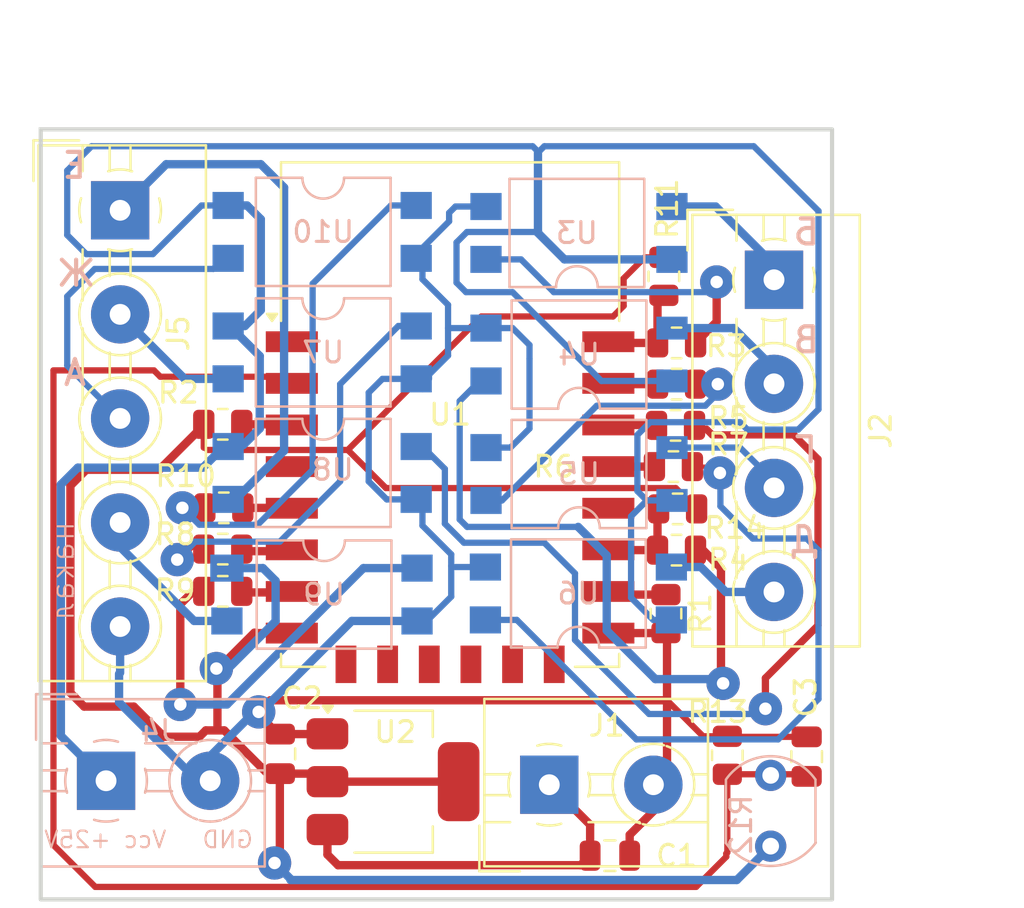
<source format=kicad_pcb>
(kicad_pcb (version 20240108) (generator "pcbnew") (generator_version "8.0")
  (layers (0 "F.Cu" signal) (31 "B.Cu" signal) (34 "B.Paste" user) (35 "F.Paste" user) (36 "B.SilkS" user "B.Silkscreen") (37 "F.SilkS" user "F.Silkscreen") (38 "B.Mask" user) (39 "F.Mask" user) (44 "Edge.Cuts" user))
  (net 0 "")
  (net 1 "Net-(J1-Pin_2)")
  (net 2 "Net-(J1-Pin_1)")
  (net 3 "Net-(U1-VCC)")
  (net 4 "Net-(J2-Pin_4)")
  (net 5 "Net-(J2-Pin_3)")
  (net 6 "Net-(J2-Pin_1)")
  (net 7 "Net-(J2-Pin_2)")
  (net 8 "Net-(J4-Pin_1)")
  (net 9 "Net-(U1-EN)")
  (net 10 "Net-(R3-Pad1)")
  (net 11 "Net-(U1-GPIO1{slash}TXD)")
  (net 12 "Net-(U1-GPIO2)")
  (net 13 "Net-(U1-GPIO3{slash}RXD)")
  (net 14 "Net-(R5-Pad1)")
  (net 15 "Net-(R6-Pad1)")
  (net 16 "Net-(U1-GPIO4)")
  (net 17 "Net-(R7-Pad1)")
  (net 18 "Net-(U1-GPIO5)")
  (net 19 "Net-(R8-Pad1)")
  (net 20 "Net-(U1-GPIO12)")
  (net 21 "Net-(R9-Pad1)")
  (net 22 "Net-(U1-GPIO13)")
  (net 31 "Net-(U1-GPIO15)")
  (net 33 "Net-(J5-Pin_2)")
  (net 34 "Net-(J5-Pin_4)")
  (net 35 "Net-(J5-Pin_3)")
  (net 36 "Net-(J5-Pin_1)")
  (net 37 "Net-(U1-GPIO14)")
  (net 38 "Net-(R10-Pad1)")
  (net 39 "Net-(R4-Pad1)")
  (net 40 "Net-(U1-ADC)")
  (footprint "Resistor_SMD:R_0805_2012Metric" (layer "F.Cu") (at 156.5656 77.5716)
    (property "Reference" "R14" (at 2.7432 0.9144 0) (layer "F.SilkS"))
    (property "Value" "910")
    (pad "1" smd roundrect (at -0.9125 0) (size 1.025 1.4) (layers "F.Cu" "F.Paste" "F.Mask") (roundrect_rratio 0.243902) (net 12 "Net-(U1-GPIO2)"))
    (pad "2" smd roundrect (at 0.9125 0) (size 1.025 1.4) (layers "F.Cu" "F.Paste" "F.Mask") (roundrect_rratio 0.243902) (net 3 "Net-(U1-VCC)"))
  )
  (footprint "Resistor_SMD:R_0805_2012Metric" (layer "F.Cu") (at 134.7235 79.502)
    (property "Reference" "R8" (at -2.2879 -0.7112 0) (layer "F.SilkS"))
    (property "Value" "330")
    (pad "1" smd roundrect (at -0.9125 0) (size 1.025 1.4) (layers "F.Cu" "F.Paste" "F.Mask") (roundrect_rratio 0.243902) (net 19 "Net-(R8-Pad1)"))
    (pad "2" smd roundrect (at 0.9125 0) (size 1.025 1.4) (layers "F.Cu" "F.Paste" "F.Mask") (roundrect_rratio 0.243902) (net 20 "Net-(U1-GPIO12)"))
  )
  (footprint "Resistor_SMD:R_0805_2012Metric" (layer "F.Cu") (at 134.7235 73.5076)
    (property "Reference" "R2" (at -2.1355 -1.524 0) (layer "F.SilkS"))
    (property "Value" "1k")
    (pad "1" smd roundrect (at -0.9125 0) (size 1.025 1.4) (layers "F.Cu" "F.Paste" "F.Mask") (roundrect_rratio 0.243902) (net 3 "Net-(U1-VCC)"))
    (pad "2" smd roundrect (at 0.9125 0) (size 1.025 1.4) (layers "F.Cu" "F.Paste" "F.Mask") (roundrect_rratio 0.243902) (net 9 "Net-(U1-EN)"))
  )
  (footprint "TerminalBlock:TerminalBlock_MaiXu_MX126-5.0-04P_1x04_P5.00mm" (layer "F.Cu") (at 161.195 66.5624 -90)
    (property "Reference" "J2" (at 7.25 -5.12 90) (layer "F.SilkS"))
    (property "Value" "Terminal_1")
    (pad "1" thru_hole rect (at 0 0 270) (size 2.8 2.8) (drill 1) (layers "*.Cu" "*.Mask") (net 6 "Net-(J2-Pin_1)"))
    (pad "2" thru_hole circle (at 5 0 270) (size 2.8 2.8) (drill 1) (layers "*.Cu" "*.Mask") (net 7 "Net-(J2-Pin_2)"))
    (pad "3" thru_hole circle (at 10 0 270) (size 2.8 2.8) (drill 1) (layers "*.Cu" "*.Mask") (net 5 "Net-(J2-Pin_3)"))
    (pad "4" thru_hole circle (at 15 0 270) (size 2.8 2.8) (drill 1) (layers "*.Cu" "*.Mask") (net 4 "Net-(J2-Pin_4)"))
  )
  (footprint "Resistor_SMD:R_0805_2012Metric" (layer "F.Cu") (at 156.0068 82.6027 -90)
    (property "Reference" "R1" (at 0 -1.65 90) (layer "F.SilkS"))
    (property "Value" "1k")
    (pad "1" smd roundrect (at -0.9125 0 270) (size 1.025 1.4) (layers "F.Cu" "F.Paste" "F.Mask") (roundrect_rratio 0.243902) (net 31 "Net-(U1-GPIO15)"))
    (pad "2" smd roundrect (at 0.9125 0 270) (size 1.025 1.4) (layers "F.Cu" "F.Paste" "F.Mask") (roundrect_rratio 0.243902) (net 1 "Net-(J1-Pin_2)"))
  )
  (footprint "Resistor_SMD:R_0805_2012Metric" (layer "F.Cu") (at 134.7743 77.5208)
    (property "Reference" "R10" (at -1.8307 -1.524 0) (layer "F.SilkS"))
    (property "Value" "330")
    (pad "1" smd roundrect (at -0.9125 0) (size 1.025 1.4) (layers "F.Cu" "F.Paste" "F.Mask") (roundrect_rratio 0.243902) (net 38 "Net-(R10-Pad1)"))
    (pad "2" smd roundrect (at 0.9125 0) (size 1.025 1.4) (layers "F.Cu" "F.Paste" "F.Mask") (roundrect_rratio 0.243902) (net 37 "Net-(U1-GPIO14)"))
  )
  (footprint "TerminalBlock:TerminalBlock_MaiXu_MX126-5.0-02P_1x02_P5.00mm" (layer "F.Cu") (at 150.404 90.8238)
    (property "Reference" "J1" (at 2.758 -2.8382 0) (layer "F.SilkS"))
    (property "Value" "5V_IN")
    (pad "1" thru_hole rect (at 0 0) (size 2.8 2.8) (drill 1) (layers "*.Cu" "*.Mask") (net 2 "Net-(J1-Pin_1)"))
    (pad "2" thru_hole circle (at 5 0) (size 2.8 2.8) (drill 1) (layers "*.Cu" "*.Mask") (net 1 "Net-(J1-Pin_2)"))
  )
  (footprint "Package_TO_SOT_SMD:SOT-223-3_TabPin2" (layer "F.Cu") (at 142.9 90.678)
    (property "Reference" "U2" (at 0.102 -2.3876 0) (layer "F.SilkS"))
    (property "Value" "AMS1117-3.3")
    (pad "1" smd roundrect (at -3.15 -2.3) (size 2 1.5) (layers "F.Cu" "F.Paste" "F.Mask") (net 1 "Net-(J1-Pin_2)"))
    (pad "2" smd roundrect (at -3.15 0) (size 2 1.5) (layers "F.Cu" "F.Paste" "F.Mask") (net 3 "Net-(U1-VCC)"))
    (pad "2" smd roundrect (at 3.15 0) (size 2 3.8) (layers "F.Cu" "F.Paste" "F.Mask") (net 3 "Net-(U1-VCC)"))
    (pad "3" smd roundrect (at -3.15 2.3) (size 2 1.5) (layers "F.Cu" "F.Paste" "F.Mask") (net 2 "Net-(J1-Pin_1)"))
  )
  (footprint "Resistor_SMD:R_0805_2012Metric" (layer "F.Cu") (at 156.5167 71.5772 180)
    (property "Reference" "R5" (at -2.4873 -1.6256 0) (layer "F.SilkS"))
    (property "Value" "330")
    (pad "1" smd roundrect (at -0.9125 0 180) (size 1.025 1.4) (layers "F.Cu" "F.Paste" "F.Mask") (roundrect_rratio 0.243902) (net 14 "Net-(R5-Pad1)"))
    (pad "2" smd roundrect (at 0.9125 0 180) (size 1.025 1.4) (layers "F.Cu" "F.Paste" "F.Mask") (roundrect_rratio 0.243902) (net 13 "Net-(U1-GPIO3{slash}RXD)"))
  )
  (footprint "Resistor_SMD:R_0805_2012Metric" (layer "F.Cu") (at 158.9532 89.4099 90)
    (property "Reference" "R13" (at 2.0847 -0.4572 0) (layer "F.SilkS"))
    (property "Value" "47k")
    (pad "1" smd roundrect (at -0.9125 0 90) (size 1.025 1.4) (layers "F.Cu" "F.Paste" "F.Mask") (roundrect_rratio 0.243902) (net 40 "Net-(U1-ADC)"))
    (pad "2" smd roundrect (at 0.9125 0 90) (size 1.025 1.4) (layers "F.Cu" "F.Paste" "F.Mask") (roundrect_rratio 0.243902) (net 1 "Net-(J1-Pin_2)"))
  )
  (footprint "Capacitor_SMD:C_0805_2012Metric" (layer "F.Cu") (at 162.7632 89.474 90)
    (property "Reference" "C3" (at 2.86 -0.0508 90) (layer "F.SilkS"))
    (property "Value" "100nF")
    (pad "1" smd roundrect (at -0.95 0 90) (size 1 1.45) (layers "F.Cu" "F.Paste" "F.Mask") (net 40 "Net-(U1-ADC)"))
    (pad "2" smd roundrect (at 0.95 0 90) (size 1 1.45) (layers "F.Cu" "F.Paste" "F.Mask") (net 1 "Net-(J1-Pin_2)"))
  )
  (footprint "Resistor_SMD:R_0805_2012Metric" (layer "F.Cu") (at 155.9052 66.3975 90)
    (property "Reference" "R11" (at 3.2531 0.1524 90) (layer "F.SilkS"))
    (property "Value" "910")
    (pad "1" smd roundrect (at -0.9125 0 90) (size 1.025 1.4) (layers "F.Cu" "F.Paste" "F.Mask") (roundrect_rratio 0.243902) (net 11 "Net-(U1-GPIO1{slash}TXD)"))
    (pad "2" smd roundrect (at 0.9125 0 90) (size 1.025 1.4) (layers "F.Cu" "F.Paste" "F.Mask") (roundrect_rratio 0.243902) (net 3 "Net-(U1-VCC)"))
  )
  (footprint "Resistor_SMD:R_0805_2012Metric" (layer "F.Cu") (at 156.3643 75.5396 180)
    (property "Reference" "R6" (at 5.7423 0 0) (layer "F.SilkS"))
    (property "Value" "330")
    (pad "1" smd roundrect (at -0.9125 0 180) (size 1.025 1.4) (layers "F.Cu" "F.Paste" "F.Mask") (roundrect_rratio 0.243902) (net 15 "Net-(R6-Pad1)"))
    (pad "2" smd roundrect (at 0.9125 0 180) (size 1.025 1.4) (layers "F.Cu" "F.Paste" "F.Mask") (roundrect_rratio 0.243902) (net 16 "Net-(U1-GPIO4)"))
  )
  (footprint "Capacitor_SMD:C_0805_2012Metric" (layer "F.Cu") (at 137.4648 89.342 90)
    (property "Reference" "C2" (at 2.6772 1.0668 0) (layer "F.SilkS"))
    (property "Value" "10uF")
    (pad "1" smd roundrect (at -0.95 0 90) (size 1 1.45) (layers "F.Cu" "F.Paste" "F.Mask") (net 3 "Net-(U1-VCC)"))
    (pad "2" smd roundrect (at 0.95 0 90) (size 1 1.45) (layers "F.Cu" "F.Paste" "F.Mask") (net 1 "Net-(J1-Pin_2)"))
  )
  (footprint "Resistor_SMD:R_0805_2012Metric" (layer "F.Cu") (at 156.5129 79.5528 180)
    (property "Reference" "R4" (at -2.4911 -0.4572 0) (layer "F.SilkS"))
    (property "Value" "330")
    (pad "1" smd roundrect (at -0.9125 0 180) (size 1.025 1.4) (layers "F.Cu" "F.Paste" "F.Mask") (roundrect_rratio 0.243902) (net 39 "Net-(R4-Pad1)"))
    (pad "2" smd roundrect (at 0.9125 0 180) (size 1.025 1.4) (layers "F.Cu" "F.Paste" "F.Mask") (roundrect_rratio 0.243902) (net 12 "Net-(U1-GPIO2)"))
  )
  (footprint "Resistor_SMD:R_0805_2012Metric" (layer "F.Cu") (at 156.4659 73.5584 180)
    (property "Reference" "R7" (at -2.5381 -0.9144 0) (layer "F.SilkS"))
    (property "Value" "330")
    (pad "1" smd roundrect (at -0.9125 0 180) (size 1.025 1.4) (layers "F.Cu" "F.Paste" "F.Mask") (roundrect_rratio 0.243902) (net 17 "Net-(R7-Pad1)"))
    (pad "2" smd roundrect (at 0.9125 0 180) (size 1.025 1.4) (layers "F.Cu" "F.Paste" "F.Mask") (roundrect_rratio 0.243902) (net 18 "Net-(U1-GPIO5)"))
  )
  (footprint "RF_Module:ESP-12E" (layer "F.Cu") (at 145.64 73.0392)
    (property "Reference" "U1" (at 0 0 0) (layer "F.SilkS"))
    (property "Value" "ESP-12E")
    (pad "1" smd rect (at -7.6 -3.5) (size 2.5 1) (layers "F.Cu" "F.Paste" "F.Mask"))
    (pad "2" smd rect (at -7.6 -1.5) (size 2.5 1) (layers "F.Cu" "F.Paste" "F.Mask") (net 40 "Net-(U1-ADC)"))
    (pad "3" smd rect (at -7.6 0.5) (size 2.5 1) (layers "F.Cu" "F.Paste" "F.Mask") (net 9 "Net-(U1-EN)"))
    (pad "4" smd rect (at -7.6 2.5) (size 2.5 1) (layers "F.Cu" "F.Paste" "F.Mask"))
    (pad "5" smd rect (at -7.6 4.5) (size 2.5 1) (layers "F.Cu" "F.Paste" "F.Mask") (net 37 "Net-(U1-GPIO14)"))
    (pad "6" smd rect (at -7.6 6.5) (size 2.5 1) (layers "F.Cu" "F.Paste" "F.Mask") (net 20 "Net-(U1-GPIO12)"))
    (pad "7" smd rect (at -7.6 8.5) (size 2.5 1) (layers "F.Cu" "F.Paste" "F.Mask") (net 22 "Net-(U1-GPIO13)"))
    (pad "8" smd rect (at -7.6 10.5) (size 2.5 1) (layers "F.Cu" "F.Paste" "F.Mask") (net 3 "Net-(U1-VCC)"))
    (pad "9" smd rect (at -5 12) (size 1 1.8) (layers "F.Cu" "F.Paste" "F.Mask"))
    (pad "10" smd rect (at -3 12) (size 1 1.8) (layers "F.Cu" "F.Paste" "F.Mask"))
    (pad "11" smd rect (at -1 12) (size 1 1.8) (layers "F.Cu" "F.Paste" "F.Mask"))
    (pad "12" smd rect (at 1 12) (size 1 1.8) (layers "F.Cu" "F.Paste" "F.Mask"))
    (pad "13" smd rect (at 3 12) (size 1 1.8) (layers "F.Cu" "F.Paste" "F.Mask"))
    (pad "14" smd rect (at 5 12) (size 1 1.8) (layers "F.Cu" "F.Paste" "F.Mask"))
    (pad "15" smd rect (at 7.6 10.5) (size 2.5 1) (layers "F.Cu" "F.Paste" "F.Mask") (net 1 "Net-(J1-Pin_2)"))
    (pad "16" smd rect (at 7.6 8.5) (size 2.5 1) (layers "F.Cu" "F.Paste" "F.Mask") (net 31 "Net-(U1-GPIO15)"))
    (pad "17" smd rect (at 7.6 6.5) (size 2.5 1) (layers "F.Cu" "F.Paste" "F.Mask") (net 12 "Net-(U1-GPIO2)"))
    (pad "18" smd rect (at 7.6 4.5) (size 2.5 1) (layers "F.Cu" "F.Paste" "F.Mask"))
    (pad "19" smd rect (at 7.6 2.5) (size 2.5 1) (layers "F.Cu" "F.Paste" "F.Mask") (net 16 "Net-(U1-GPIO4)"))
    (pad "20" smd rect (at 7.6 0.5) (size 2.5 1) (layers "F.Cu" "F.Paste" "F.Mask") (net 18 "Net-(U1-GPIO5)"))
    (pad "21" smd rect (at 7.6 -1.5) (size 2.5 1) (layers "F.Cu" "F.Paste" "F.Mask") (net 13 "Net-(U1-GPIO3{slash}RXD)"))
    (pad "22" smd rect (at 7.6 -3.5) (size 2.5 1) (layers "F.Cu" "F.Paste" "F.Mask") (net 11 "Net-(U1-GPIO1{slash}TXD)"))
  )
  (footprint "Resistor_SMD:R_0805_2012Metric" (layer "F.Cu") (at 134.7235 81.534)
    (property "Reference" "R9" (at -2.2879 -0.0508 0) (layer "F.SilkS"))
    (property "Value" "330")
    (pad "1" smd roundrect (at -0.9125 0) (size 1.025 1.4) (layers "F.Cu" "F.Paste" "F.Mask") (roundrect_rratio 0.243902) (net 21 "Net-(R9-Pad1)"))
    (pad "2" smd roundrect (at 0.9125 0) (size 1.025 1.4) (layers "F.Cu" "F.Paste" "F.Mask") (roundrect_rratio 0.243902) (net 22 "Net-(U1-GPIO13)"))
  )
  (footprint "Capacitor_SMD:C_0805_2012Metric" (layer "F.Cu") (at 153.3144 94.234)
    (property "Reference" "C1" (at 3.2004 0 0) (layer "F.SilkS"))
    (property "Value" "10uF")
    (pad "1" smd roundrect (at -0.95 0) (size 1 1.45) (layers "F.Cu" "F.Paste" "F.Mask") (net 2 "Net-(J1-Pin_1)"))
    (pad "2" smd roundrect (at 0.95 0) (size 1 1.45) (layers "F.Cu" "F.Paste" "F.Mask") (net 1 "Net-(J1-Pin_2)"))
  )
  (footprint "TerminalBlock:TerminalBlock_MaiXu_MX126-5.0-05P_1x05_P5.00mm" (layer "F.Cu") (at 129.794 63.2244 -90)
    (property "Reference" "J5" (at 5.9144 -2.794 90) (layer "F.SilkS"))
    (property "Value" "Terminal_2")
    (pad "1" thru_hole rect (at 0 0 270) (size 2.8 2.8) (drill 1) (layers "*.Cu" "*.Mask") (net 36 "Net-(J5-Pin_1)"))
    (pad "2" thru_hole circle (at 5 0 270) (size 2.8 2.8) (drill 1) (layers "*.Cu" "*.Mask") (net 33 "Net-(J5-Pin_2)"))
    (pad "3" thru_hole circle (at 10 0 270) (size 2.8 2.8) (drill 1) (layers "*.Cu" "*.Mask") (net 35 "Net-(J5-Pin_3)"))
    (pad "4" thru_hole circle (at 15 0 270) (size 2.8 2.8) (drill 1) (layers "*.Cu" "*.Mask") (net 34 "Net-(J5-Pin_4)"))
    (pad "5" thru_hole circle (at 20 0 270) (size 2.8 2.8) (drill 1) (layers "*.Cu" "*.Mask") (net 1 "Net-(J1-Pin_2)"))
  )
  (footprint "Resistor_SMD:R_0805_2012Metric" (layer "F.Cu") (at 156.5167 69.596 180)
    (property "Reference" "R3" (at -2.3857 -0.1524 0) (layer "F.SilkS"))
    (property "Value" "330")
    (pad "1" smd roundrect (at -0.9125 0 180) (size 1.025 1.4) (layers "F.Cu" "F.Paste" "F.Mask") (roundrect_rratio 0.243902) (net 10 "Net-(R3-Pad1)"))
    (pad "2" smd roundrect (at 0.9125 0 180) (size 1.025 1.4) (layers "F.Cu" "F.Paste" "F.Mask") (roundrect_rratio 0.243902) (net 11 "Net-(U1-GPIO1{slash}TXD)"))
  )
  (footprint "Package_DIP:SMDIP-4_W9.53mm" (layer "B.Cu") (at 151.831 75.8952)
    (property "Reference" "U5" (at 0 0 0) (layer "B.SilkS") (effects (justify mirror)))
    (property "Value" "LTV-817S")
    (pad "1" smd rect (at -4.465 1.27) (size 1.5 1.3) (layers "B.Cu" "B.Paste" "B.Mask") (net 14 "Net-(R5-Pad1)"))
    (pad "2" smd rect (at -4.465 -1.27) (size 1.5 1.3) (layers "B.Cu" "B.Paste" "B.Mask") (net 1 "Net-(J1-Pin_2)"))
    (pad "3" smd rect (at 4.465 -1.27) (size 1.5 1.1) (layers "B.Cu" "B.Paste" "B.Mask") (net 5 "Net-(J2-Pin_3)"))
    (pad "4" smd rect (at 4.465 1.27) (size 1.5 1.1) (layers "B.Cu" "B.Paste" "B.Mask") (net 8 "Net-(J4-Pin_1)"))
  )
  (footprint "Package_DIP:SMDIP-4_W9.53mm" (layer "B.Cu") (at 139.5476 70.0532 180)
    (property "Reference" "U7" (at 0 0 0) (layer "B.SilkS") (effects (justify mirror)))
    (property "Value" "LTV-817S")
    (pad "1" smd rect (at -4.465 1.27 180) (size 1.5 1.3) (layers "B.Cu" "B.Paste" "B.Mask") (net 19 "Net-(R8-Pad1)"))
    (pad "2" smd rect (at -4.465 -1.27 180) (size 1.5 1.3) (layers "B.Cu" "B.Paste" "B.Mask") (net 1 "Net-(J1-Pin_2)"))
    (pad "3" smd rect (at 4.565 -1.27 180) (size 1.5 1.3) (layers "B.Cu" "B.Paste" "B.Mask") (net 33 "Net-(J5-Pin_2)"))
    (pad "4" smd rect (at 4.565 1.27 180) (size 1.5 1.3) (layers "B.Cu" "B.Paste" "B.Mask") (net 8 "Net-(J4-Pin_1)"))
  )
  (footprint "Package_DIP:SMDIP-4_W9.53mm" (layer "B.Cu") (at 139.5882 81.6864 180)
    (property "Reference" "U9" (at 0 0 0) (layer "B.SilkS") (effects (justify mirror)))
    (property "Value" "LTV-817S")
    (pad "1" smd rect (at -4.465 1.27 180) (size 1.5 1.3) (layers "B.Cu" "B.Paste" "B.Mask") (net 21 "Net-(R9-Pad1)"))
    (pad "2" smd rect (at -4.465 -1.27 180) (size 1.5 1.3) (layers "B.Cu" "B.Paste" "B.Mask") (net 1 "Net-(J1-Pin_2)"))
    (pad "3" smd rect (at 4.665 -1.27 180) (size 1.5 1.3) (layers "B.Cu" "B.Paste" "B.Mask") (net 34 "Net-(J5-Pin_4)"))
    (pad "4" smd rect (at 4.665 1.27 180) (size 1.6 1.3) (layers "B.Cu" "B.Paste" "B.Mask") (net 3 "Net-(U1-VCC)"))
  )
  (footprint "Package_DIP:SMDIP-4_W9.53mm" (layer "B.Cu") (at 151.8006 81.6356)
    (property "Reference" "U6" (at 0 0 0) (layer "B.SilkS") (effects (justify mirror)))
    (property "Value" "LTV-817S")
    (pad "1" smd rect (at -4.465 1.27) (size 1.5 1.3) (layers "B.Cu" "B.Paste" "B.Mask") (net 15 "Net-(R6-Pad1)"))
    (pad "2" smd rect (at -4.465 -1.27) (size 1.5 1.3) (layers "B.Cu" "B.Paste" "B.Mask") (net 1 "Net-(J1-Pin_2)"))
    (pad "3" smd rect (at 4.465 -1.27) (size 1.5 1.3) (layers "B.Cu" "B.Paste" "B.Mask") (net 4 "Net-(J2-Pin_4)"))
    (pad "4" smd rect (at 4.465 1.27) (size 1.5 1.3) (layers "B.Cu" "B.Paste" "B.Mask") (net 8 "Net-(J4-Pin_1)"))
  )
  (footprint "Package_DIP:SMDIP-4_W9.53mm" (layer "B.Cu") (at 151.7294 64.3128)
    (property "Reference" "U3" (at 0 0 0) (layer "B.SilkS") (effects (justify mirror)))
    (property "Value" "LTV-817S")
    (pad "1" smd rect (at -4.365 1.27) (size 1.5 1.3) (layers "B.Cu" "B.Paste" "B.Mask") (net 10 "Net-(R3-Pad1)"))
    (pad "2" smd rect (at -4.365 -1.27) (size 1.5 1.3) (layers "B.Cu" "B.Paste" "B.Mask") (net 1 "Net-(J1-Pin_2)"))
    (pad "3" smd rect (at 4.565 -1.27) (size 1.5 1.3) (layers "B.Cu" "B.Paste" "B.Mask") (net 6 "Net-(J2-Pin_1)"))
    (pad "4" smd rect (at 4.565 1.27) (size 1.5 1.3) (layers "B.Cu" "B.Paste" "B.Mask") (net 8 "Net-(J4-Pin_1)"))
  )
  (footprint "Package_DIP:SMDIP-4_W9.53mm" (layer "B.Cu") (at 139.5476 75.8444 180)
    (property "Reference" "U8" (at -0.4572 0.1524 0) (layer "B.SilkS") (effects (justify mirror)))
    (property "Value" "LTV-817S")
    (pad "1" smd rect (at -4.465 1.27 180) (size 1.5 1.3) (layers "B.Cu" "B.Paste" "B.Mask") (net 17 "Net-(R7-Pad1)"))
    (pad "2" smd rect (at -4.465 -1.27 180) (size 1.5 1.3) (layers "B.Cu" "B.Paste" "B.Mask") (net 1 "Net-(J1-Pin_2)"))
    (pad "3" smd rect (at 4.565 -1.27 180) (size 1.5 1.3) (layers "B.Cu" "B.Paste" "B.Mask") (net 36 "Net-(J5-Pin_1)"))
    (pad "4" smd rect (at 4.565 1.27 180) (size 1.5 1.3) (layers "B.Cu" "B.Paste" "B.Mask") (net 8 "Net-(J4-Pin_1)"))
  )
  (footprint "Package_DIP:SMDIP-4_W9.53mm" (layer "B.Cu") (at 139.5476 64.262 180)
    (property "Reference" "U10" (at 0 0 0) (layer "B.SilkS") (effects (justify mirror)))
    (property "Value" "LTV-817S")
    (pad "1" smd rect (at -4.465 1.27 180) (size 1.5 1.3) (layers "B.Cu" "B.Paste" "B.Mask") (net 38 "Net-(R10-Pad1)"))
    (pad "2" smd rect (at -4.465 -1.27 180) (size 1.5 1.3) (layers "B.Cu" "B.Paste" "B.Mask") (net 1 "Net-(J1-Pin_2)"))
    (pad "3" smd rect (at 4.565 -1.27 180) (size 1.5 1.3) (layers "B.Cu" "B.Paste" "B.Mask") (net 35 "Net-(J5-Pin_3)"))
    (pad "4" smd rect (at 4.565 1.27 180) (size 1.5 1.3) (layers "B.Cu" "B.Paste" "B.Mask") (net 8 "Net-(J4-Pin_1)"))
  )
  (footprint "TerminalBlock:TerminalBlock_MaiXu_MX126-5.0-02P_1x02_P5.00mm" (layer "B.Cu") (at 129.1188 90.6338)
    (property "Reference" "J4" (at 2.504 -2.3942 0) (layer "B.SilkS") (effects (justify mirror)))
    (property "Value" "25V_IN")
    (pad "1" thru_hole rect (at 0 0) (size 2.8 2.8) (drill 1) (layers "*.Cu" "*.Mask") (net 8 "Net-(J4-Pin_1)"))
    (pad "2" thru_hole circle (at 5 0) (size 2.8 2.8) (drill 1) (layers "*.Cu" "*.Mask") (net 1 "Net-(J1-Pin_2)"))
  )
  (footprint "OptoDevice:R_LDR_5.1x4.3mm_P3.4mm_Vertical" (layer "B.Cu") (at 161.036 93.7768 90)
    (property "Reference" "R12" (at 1.016 -1.4224 90) (layer "B.SilkS") (effects (justify mirror)))
    (property "Value" "R_Photo")
    (pad "1" thru_hole circle (at 0 0 90) (size 1.5 1.5) (drill 0.8) (layers "*.Cu" "*.Mask") (net 3 "Net-(U1-VCC)"))
    (pad "2" thru_hole circle (at 3.4 0 90) (size 1.5 1.5) (drill 0.8) (layers "*.Cu" "*.Mask") (net 40 "Net-(U1-ADC)"))
  )
  (footprint "Package_DIP:SMDIP-4_W9.53mm" (layer "B.Cu") (at 151.831 70.1548)
    (property "Reference" "U4" (at 0 0 0) (layer "B.SilkS") (effects (justify mirror)))
    (property "Value" "LTV-817S")
    (pad "1" smd rect (at -4.465 1.27) (size 1.5 1.3) (layers "B.Cu" "B.Paste" "B.Mask") (net 39 "Net-(R4-Pad1)"))
    (pad "2" smd rect (at -4.465 -1.27) (size 1.5 1.3) (layers "B.Cu" "B.Paste" "B.Mask") (net 1 "Net-(J1-Pin_2)"))
    (pad "3" smd rect (at 4.465 -1.27) (size 1.5 1.1) (layers "B.Cu" "B.Paste" "B.Mask") (net 7 "Net-(J2-Pin_2)"))
    (pad "4" smd rect (at 4.465 1.27) (size 1.5 1.1) (layers "B.Cu" "B.Paste" "B.Mask") (net 8 "Net-(J4-Pin_1)"))
  )
  (gr_rect (start 125.9824 59.3344) (end 163.9824 96.3344) (stroke (width 0.2)) (fill none) (layer "Edge.Cuts"))
  (gr_text "GND" (at 136.2456 93.9292 0) (layer "B.SilkS") (effects (font (size 0.8 0.8) (thickness 0.1)) (justify left bottom mirror)))
  (gr_text "Vcc +25V" (at 132.08 93.9292 0) (layer "B.SilkS") (effects (font (size 0.8 0.8) (thickness 0.1)) (justify left bottom mirror)))
  (gr_text "Г" (at 163.3728 75.438 0) (layer "B.SilkS") (effects (font (size 1.2 1.2) (thickness 0.2) (bold yes)) (justify left bottom mirror)))
  (gr_text "А" (at 128.27 71.7296 0) (layer "B.SilkS") (effects (font (size 1.2 1.2) (thickness 0.2) (bold yes)) (justify left bottom mirror)))
  (gr_text "Д" (at 163.4744 79.756 0) (layer "B.SilkS") (effects (font (size 1.2 1.2) (thickness 0.2) (bold yes)) (justify left bottom mirror)))
  (gr_text "Б" (at 163.4744 64.9732 0) (layer "B.SilkS") (effects (font (size 1.2 1.2) (thickness 0.2) (bold yes)) (justify left bottom mirror)))
  (gr_text "В" (at 163.4744 70.1548 0) (layer "B.SilkS") (effects (font (size 1.2 1.2) (thickness 0.2) (bold yes)) (justify left bottom mirror)))
  (gr_text "Е" (at 128.27 61.7728 0) (layer "B.SilkS") (effects (font (size 1.2 1.2) (thickness 0.2) (bold yes)) (justify left bottom mirror)))
  (gr_text "накал" (at 127.6604 78.0796 90) (layer "B.SilkS") (effects (font (size 1.1 1.1) (thickness 0.1)) (justify left bottom mirror)))
  (gr_text "Ж" (at 128.7272 66.9544 0) (layer "B.SilkS") (effects (font (size 1.2 1.2) (thickness 0.2) (bold yes)) (justify left bottom mirror)))
  (segment (start 158.9798 88.524) (end 158.9532 88.4974) (width 0.2) (layer "F.Cu") (net 1))
  (segment (start 137.4648 88.3412) (end 136.4488 87.3252) (width 0.2) (layer "F.Cu") (net 1))
  (segment (start 162.7632 88.524) (end 158.9798 88.524) (width 0.3) (layer "F.Cu") (net 1))
  (segment (start 156.0576 85.8012) (end 156.0576 91.44) (width 0.4) (layer "F.Cu") (net 1))
  (segment (start 156.0576 83.6676) (end 156.0576 85.8012) (width 0.4) (layer "F.Cu") (net 1))
  (segment (start 154.2644 93.2332) (end 156.0576 91.44) (width 0.4) (layer "F.Cu") (net 1))
  (segment (start 155.9828 83.5392) (end 156.0068 83.5152) (width 0.2) (layer "F.Cu") (net 1))
  (segment (start 156.0576 86.7664) (end 156.0576 85.8012) (width 0.2) (layer "F.Cu") (net 1))
  (segment (start 158.9532 88.4974) (end 157.7886 88.4974) (width 0.3) (layer "F.Cu") (net 1))
  (segment (start 137.4648 88.392) (end 137.4648 88.3412) (width 0.2) (layer "F.Cu") (net 1))
  (segment (start 153.24 83.5392) (end 155.9828 83.5392) (width 0.4) (layer "F.Cu") (net 1))
  (segment (start 154.2644 94.234) (end 154.2644 93.2332) (width 0.4) (layer "F.Cu") (net 1))
  (segment (start 156.0068 83.5152) (end 156.0068 83.6168) (width 0.2) (layer "F.Cu") (net 1))
  (segment (start 139.736 88.392) (end 139.75 88.378) (width 0.2) (layer "F.Cu") (net 1))
  (segment (start 156.0068 83.6168) (end 156.0576 83.6676) (width 0.2) (layer "F.Cu") (net 1))
  (segment (start 137.0076 86.7664) (end 156.0576 86.7664) (width 0.4) (layer "F.Cu") (net 1))
  (segment (start 137.4648 88.392) (end 139.736 88.392) (width 0.4) (layer "F.Cu") (net 1))
  (segment (start 135.9916 87.7824) (end 136.4488 87.3252) (width 0.2) (layer "F.Cu") (net 1))
  (segment (start 136.4488 87.3252) (end 137.0076 86.7664) (width 0.4) (layer "F.Cu") (net 1))
  (segment (start 157.7886 88.4974) (end 156.0576 86.7664) (width 0.3) (layer "F.Cu") (net 1))
  (via (at 136.4488 87.3252) (size 1.6) (drill 0.6) (layers "F.Cu" "B.Cu") (net 1))
  (segment (start 147.066 74.6252) (end 148.5392 74.6252) (width 0.3) (layer "B.Cu") (net 1))
  (segment (start 141.732 71.9836) (end 141.732 76.2508) (width 0.3) (layer "B.Cu") (net 1))
  (segment (start 146.7518 74.6252) (end 147.066 74.6252) (width 0.2) (layer "B.Cu") (net 1))
  (segment (start 134.1628 90.6846) (end 134.1628 89.408) (width 0.4) (layer "B.Cu") (net 1))
  (segment (start 129.7432 85.4964) (end 129.794 85.4456) (width 0.2) (layer "B.Cu") (net 1))
  (segment (start 149.4536 69.6976) (end 148.6408 68.8848) (width 0.3) (layer "B.Cu") (net 1))
  (segment (start 144.6276 71.12) (end 145.542 70.2056) (width 0.3) (layer "B.Cu") (net 1))
  (segment (start 145.8976 80.3656) (end 147.3356 80.3656) (width 0.3) (layer "B.Cu") (net 1))
  (segment (start 145.6944 79.756) (end 144.3126 78.3742) (width 0.3) (layer "B.Cu") (net 1))
  (segment (start 142.5956 77.1144) (end 144.3126 77.1144) (width 0.3) (layer "B.Cu") (net 1))
  (segment (start 136.2456 87.3252) (end 136.4488 87.3252) (width 0.4) (layer "B.Cu") (net 1))
  (segment (start 140.9192 82.9564) (end 144.3532 82.9564) (width 0.4) (layer "B.Cu") (net 1))
  (segment (start 144.3126 77.1144) (end 144.3126 77.0644) (width 0.2) (layer "B.Cu") (net 1))
  (segment (start 145.542 68.8848) (end 145.542 67.7672) (width 0.3) (layer "B.Cu") (net 1))
  (segment (start 145.542 70.2056) (end 145.542 68.8848) (width 0.3) (layer "B.Cu") (net 1))
  (segment (start 145.6944 80.3148) (end 145.6944 79.756) (width 0.3) (layer "B.Cu") (net 1))
  (segment (start 133.5598 90.6846) (end 129.7432 86.868) (width 0.4) (layer "B.Cu") (net 1))
  (segment (start 145.542 67.7672) (end 144.3126 66.5378) (width 0.3) (layer "B.Cu") (net 1))
  (segment (start 149.4536 70.358) (end 149.4536 69.6976) (width 0.3) (layer "B.Cu") (net 1))
  (segment (start 129.7432 86.868) (end 129.7432 85.4964) (width 0.4) (layer "B.Cu") (net 1))
  (segment (start 149.4536 73.7108) (end 149.4536 70.358) (width 0.3) (layer "B.Cu") (net 1))
  (segment (start 146.6088 63.0428) (end 146.9644 63.0428) (width 0.2) (layer "B.Cu") (net 1))
  (segment (start 144.3126 65.532) (end 144.4752 65.532) (width 0.2) (layer "B.Cu") (net 1))
  (segment (start 148.5392 74.6252) (end 149.4536 73.7108) (width 0.3) (layer "B.Cu") (net 1))
  (segment (start 144.3126 71.3232) (end 144.6276 71.3232) (width 0.2) (layer "B.Cu") (net 1))
  (segment (start 144.0126 65.3342) (end 145.5928 63.754) (width 0.3) (layer "B.Cu") (net 1))
  (segment (start 144.3126 78.3742) (end 144.3126 77.1144) (width 0.3) (layer "B.Cu") (net 1))
  (segment (start 145.6944 81.788) (end 145.6944 80.3148) (width 0.3) (layer "B.Cu") (net 1))
  (segment (start 134.1628 89.408) (end 136.2456 87.3252) (width 0.4) (layer "B.Cu") (net 1))
  (segment (start 141.732 76.2508) (end 142.5956 77.1144) (width 0.3) (layer "B.Cu") (net 1))
  (segment (start 136.4488 87.3252) (end 136.5504 87.3252) (width 0.3) (layer "B.Cu") (net 1))
  (segment (start 144.3126 66.5378) (end 144.3126 66.1314) (width 0.3) (layer "B.Cu") (net 1))
  (segment (start 144.3126 66.1314) (end 144.3126 65.532) (width 0.2) (layer "B.Cu") (net 1))
  (segment (start 144.3126 71.8718) (end 144.3126 71.3232) (width 0.2) (layer "B.Cu") (net 1))
  (segment (start 148.6408 68.8848) (end 147.066 68.8848) (width 0.3) (layer "B.Cu") (net 1))
  (segment (start 145.5928 63.3476) (end 145.8976 63.0428) (width 0.3) (layer "B.Cu") (net 1))
  (segment (start 144.526 82.9564) (end 145.6944 81.788) (width 0.3) (layer "B.Cu") (net 1))
  (segment (start 129.794 85.4456) (end 129.794 83.2244) (width 0.4) (layer "B.Cu") (net 1))
  (segment (start 145.8976 63.0428) (end 146.6088 63.0428) (width 0.3) (layer "B.Cu") (net 1))
  (segment (start 136.5504 87.3252) (end 140.9192 82.9564) (width 0.4) (layer "B.Cu") (net 1))
  (segment (start 145.5928 63.754) (end 145.5928 63.3476) (width 0.3) (layer "B.Cu") (net 1))
  (segment (start 144.3126 71.3232) (end 142.3924 71.3232) (width 0.3) (layer "B.Cu") (net 1))
  (segment (start 134.1628 90.6846) (end 133.5598 90.6846) (width 0.4) (layer "B.Cu") (net 1))
  (segment (start 144.0126 65.532) (end 144.0126 65.3342) (width 0.3) (layer "B.Cu") (net 1))
  (segment (start 144.3532 82.9564) (end 144.526 82.9564) (width 0.2) (layer "B.Cu") (net 1))
  (segment (start 142.3924 71.3232) (end 141.732 71.9836) (width 0.3) (layer "B.Cu") (net 1))
  (segment (start 147.066 68.8848) (end 145.542 68.8848) (width 0.3) (layer "B.Cu") (net 1))
  (segment (start 144.6276 71.3232) (end 144.6276 71.12) (width 0.3) (layer "B.Cu") (net 1))
  (segment (start 151.9072 94.6912) (end 152.3644 94.234) (width 0.4) (layer "F.Cu") (net 2))
  (segment (start 151.0576 91.44) (end 152.3644 92.7468) (width 0.4) (layer "F.Cu") (net 2))
  (segment (start 152.3644 92.7468) (end 152.3644 94.234) (width 0.4) (layer "F.Cu") (net 2))
  (segment (start 140.2588 94.6912) (end 151.9072 94.6912) (width 0.4) (layer "F.Cu") (net 2))
  (segment (start 139.75 94.1824) (end 140.2588 94.6912) (width 0.4) (layer "F.Cu") (net 2))
  (segment (start 139.75 92.978) (end 139.75 94.1824) (width 0.4) (layer "F.Cu") (net 2))
  (segment (start 137.4648 90.292) (end 139.364 90.292) (width 0.4) (layer "F.Cu") (net 3))
  (segment (start 128.0668 87.0712) (end 130.4544 87.0712) (width 0.4) (layer "F.Cu") (net 3))
  (segment (start 133.604 88.519) (end 133.9088 88.2142) (width 0.4) (layer "F.Cu") (net 3))
  (segment (start 142.5614 76.5716) (end 140.729 74.7392) (width 0.3) (layer "F.Cu") (net 3))
  (segment (start 133.811 73.5076) (end 133.811 73.5546) (width 0.2) (layer "F.Cu") (net 3))
  (segment (start 136.2456 83.5152) (end 136.2696 83.5392) (width 0.2) (layer "F.Cu") (net 3))
  (segment (start 128.1684 75.692) (end 127.4064 76.454) (width 0.4) (layer "F.Cu") (net 3))
  (segment (start 139.364 90.292) (end 139.75 90.678) (width 0.2) (layer "F.Cu") (net 3))
  (segment (start 136.2696 83.5392) (end 138.04 83.5392) (width 0.4) (layer "F.Cu") (net 3))
  (segment (start 133.9596 74.7776) (end 133.811 74.629) (width 0.2) (layer "F.Cu") (net 3))
  (segment (start 138.9648 83.5392) (end 138.04 83.5392) (width 0.2) (layer "F.Cu") (net 3))
  (segment (start 134.4168 85.2424) (end 134.4676 85.2932) (width 0.4) (layer "F.Cu") (net 3))
  (segment (start 134.4168 85.2424) (end 134.5184 85.2424) (width 0.4) (layer "F.Cu") (net 3))
  (segment (start 157.4781 77.5716) (end 156.4781 76.5716) (width 0.3) (layer "F.Cu") (net 3))
  (segment (start 137.4648 94.3304) (end 137.4648 90.292) (width 0.4) (layer "F.Cu") (net 3))
  (segment (start 127.4064 86.4108) (end 128.0668 87.0712) (width 0.4) (layer "F.Cu") (net 3))
  (segment (start 155.9052 65.485) (end 154.987 65.485) (width 0.3) (layer "F.Cu") (net 3))
  (segment (start 156.3154 65.485) (end 156.5148 65.6844) (width 0.2) (layer "F.Cu") (net 3))
  (segment (start 131.9022 88.519) (end 133.604 88.519) (width 0.4) (layer "F.Cu") (net 3))
  (segment (start 133.811 73.5546) (end 131.6736 75.692) (width 0.4) (layer "F.Cu") (net 3))
  (segment (start 131.6736 75.692) (end 128.1684 75.692) (width 0.4) (layer "F.Cu") (net 3))
  (segment (start 133.811 74.629) (end 133.811 73.5076) (width 0.3) (layer "F.Cu") (net 3))
  (segment (start 134.7978 88.2142) (end 136.8756 90.292) (width 0.4) (layer "F.Cu") (net 3))
  (segment (start 136.8756 90.292) (end 137.4648 90.292) (width 0.4) (layer "F.Cu") (net 3))
  (segment (start 137.2108 94.5844) (end 137.4648 94.3304) (width 0.2) (layer "F.Cu") (net 3))
  (segment (start 155.9052 65.485) (end 156.3154 65.485) (width 0.2) (layer "F.Cu") (net 3))
  (segment (start 153.4668 68.326) (end 147.1422 68.326) (width 0.3) (layer "F.Cu") (net 3))
  (segment (start 130.4544 87.0712) (end 131.9022 88.519) (width 0.4) (layer "F.Cu") (net 3))
  (segment (start 127.4064 76.454) (end 127.4064 86.4108) (width 0.4) (layer "F.Cu") (net 3))
  (segment (start 147.1422 68.326) (end 140.729 74.7392) (width 0.3) (layer "F.Cu") (net 3))
  (segment (start 133.9088 88.2142) (end 134.7978 88.2142) (width 0.4) (layer "F.Cu") (net 3))
  (segment (start 156.4781 76.5716) (end 142.5614 76.5716) (width 0.3) (layer "F.Cu") (net 3))
  (segment (start 155.9052 65.485) (end 155.9052 65.278) (width 0.2) (layer "F.Cu") (net 3))
  (segment (start 139.75 90.678) (end 146.05 90.678) (width 0.4) (layer "F.Cu") (net 3))
  (segment (start 140.729 74.7392) (end 133.998 74.7392) (width 0.3) (layer "F.Cu") (net 3))
  (segment (start 154.987 65.485) (end 153.9748 66.4972) (width 0.3) (layer "F.Cu") (net 3))
  (segment (start 134.4676 85.2932) (end 134.4676 87.9856) (width 0.4) (layer "F.Cu") (net 3))
  (segment (start 153.9748 67.818) (end 153.4668 68.326) (width 0.3) (layer "F.Cu") (net 3))
  (segment (start 155.8544 65.2272) (end 155.9052 65.278) (width 0.2) (layer "F.Cu") (net 3))
  (segment (start 134.5184 85.2424) (end 136.2456 83.5152) (width 0.4) (layer "F.Cu") (net 3))
  (segment (start 153.9748 66.4972) (end 153.9748 67.818) (width 0.3) (layer "F.Cu") (net 3))
  (segment (start 133.998 74.7392) (end 133.9596 74.7776) (width 0.2) (layer "F.Cu") (net 3))
  (via (at 134.4168 85.2424) (size 1.6) (drill 0.6) (layers "F.Cu" "B.Cu") (net 3))
  (via (at 137.2108 94.5844) (size 1.6) (drill 0.6) (layers "F.Cu" "B.Cu") (net 3))
  (segment (start 159.4104 95.4024) (end 137.9728 95.4024) (width 0.4) (layer "B.Cu") (net 3))
  (segment (start 136.652 80.4164) (end 134.9232 80.4164) (width 0.4) (layer "B.Cu") (net 3))
  (segment (start 134.819368 80.420232) (end 134.8232 80.4164) (width 0.2) (layer "B.Cu") (net 3))
  (segment (start 134.9872 85.2424) (end 137.2616 82.968) (width 0.4) (layer "B.Cu") (net 3))
  (segment (start 137.9728 95.4024) (end 137.9728 95.3464) (width 0.2) (layer "B.Cu") (net 3))
  (segment (start 137.2616 81.026) (end 136.652 80.4164) (width 0.4) (layer "B.Cu") (net 3))
  (segment (start 137.2616 82.968) (end 137.2616 81.026) (width 0.4) (layer "B.Cu") (net 3))
  (segment (start 161.036 93.7768) (end 159.4104 95.4024) (width 0.4) (layer "B.Cu") (net 3))
  (segment (start 134.4168 85.2424) (end 134.9872 85.2424) (width 0.4) (layer "B.Cu") (net 3))
  (segment (start 137.9728 95.3464) (end 137.2108 94.5844) (width 0.4) (layer "B.Cu") (net 3))
  (segment (start 156.2656 80.3656) (end 157.6832 80.3656) (width 0.4) (layer "B.Cu") (net 4))
  (segment (start 156.1084 80.3656) (end 156.6468 80.3656) (width 0.2) (layer "B.Cu") (net 4))
  (segment (start 158.88 81.5624) (end 159.134 81.5624) (width 0.4) (layer "B.Cu") (net 4))
  (segment (start 159.134 81.5624) (end 161.195 81.5624) (width 0.4) (layer "B.Cu") (net 4))
  (segment (start 157.6832 80.3656) (end 158.88 81.5624) (width 0.4) (layer "B.Cu") (net 4))
  (segment (start 156.596 74.6252) (end 159.5628 74.6252) (width 0.3) (layer "B.Cu") (net 5))
  (segment (start 159.5628 74.6252) (end 161.195 76.2574) (width 0.3) (layer "B.Cu") (net 5))
  (segment (start 161.195 76.2574) (end 161.195 76.5624) (width 0.2) (layer "B.Cu") (net 5))
  (segment (start 158.3944 63.0428) (end 156.4944 63.0428) (width 0.4) (layer "B.Cu") (net 6))
  (segment (start 161.195 66.5624) (end 161.195 65.8434) (width 0.2) (layer "B.Cu") (net 6))
  (segment (start 161.195 65.8434) (end 158.3944 63.0428) (width 0.4) (layer "B.Cu") (net 6))
  (segment (start 161.195 70.3646) (end 161.195 71.5624) (width 0.2) (layer "B.Cu") (net 7))
  (segment (start 156.596 68.8848) (end 156.396 68.6848) (width 0.2) (layer "B.Cu") (net 7))
  (segment (start 156.296 68.8848) (end 159.258 68.8848) (width 0.4) (layer "B.Cu") (net 7))
  (segment (start 156.396 68.6848) (end 156.396 68.4448) (width 0.2) (layer "B.Cu") (net 7))
  (segment (start 159.258 68.8848) (end 161.195 70.8218) (width 0.4) (layer "B.Cu") (net 7))
  (segment (start 161.195 70.8218) (end 161.195 70.3646) (width 0.3) (layer "B.Cu") (net 7))
  (segment (start 149.86 60.4012) (end 149.86 60.452) (width 0.3) (layer "B.Cu") (net 8))
  (segment (start 149.86 64.218086) (end 149.86 60.452) (width 0.4) (layer "B.Cu") (net 8))
  (segment (start 128.4224 60.1472) (end 149.606 60.1472) (width 0.3) (layer "B.Cu") (net 8))
  (segment (start 127.254 64.4144) (end 127.254 61.3156) (width 0.3) (layer "B.Cu") (net 8))
  (segment (start 127.762 75.5904) (end 133.7666 75.5904) (width 0.4) (layer "B.Cu") (net 8))
  (segment (start 136.5504 63.6524) (end 136.5504 68.0212) (width 0.4) (layer "B.Cu") (net 8))
  (segment (start 154.3304 81.8388) (end 154.3304 77.9272) (width 0.3) (layer "B.Cu") (net 8))
  (segment (start 135.7884 68.7832) (end 134.7826 68.7832) (width 0.4) (layer "B.Cu") (net 8))
  (segment (start 134.7826 62.992) (end 135.89 62.992) (width 0.4) (layer "B.Cu") (net 8))
  (segment (start 155.2448 73.406) (end 159.5628 73.406) (width 0.3) (layer "B.Cu") (net 8))
  (segment (start 146.4056 67.1576) (end 145.9484 66.7004) (width 0.3) (layer "B.Cu") (net 8))
  (segment (start 149.606 60.1472) (end 149.86 60.4012) (width 0.3) (layer "B.Cu") (net 8))
  (segment (start 145.9484 64.77) (end 146.452957 64.265443) (width 0.3) (layer "B.Cu") (net 8))
  (segment (start 155.085 77.1652) (end 154.6352 76.7154) (width 0.3) (layer "B.Cu") (net 8))
  (segment (start 134.7826 62.992) (end 133.7056 62.992) (width 0.3) (layer "B.Cu") (net 8))
  (segment (start 126.9492 76.4032) (end 127.762 75.5904) (width 0.4) (layer "B.Cu") (net 8))
  (segment (start 149.812643 64.265443) (end 149.86 64.3128) (width 0.2) (layer "B.Cu") (net 8))
  (segment (start 126.9492 88.471) (end 126.9492 76.4032) (width 0.4) (layer "B.Cu") (net 8))
  (segment (start 151.13 65.5828) (end 156.4944 65.5828) (width 0.4) (layer "B.Cu") (net 8))
  (segment (start 127.254 61.3156) (end 128.4224 60.1472) (width 0.3) (layer "B.Cu") (net 8))
  (segment (start 146.452957 64.265443) (end 149.812643 64.265443) (width 0.3) (layer "B.Cu") (net 8))
  (segment (start 160.2232 60.1472) (end 150.1648 60.1472) (width 0.3) (layer "B.Cu") (net 8))
  (segment (start 159.9184 73.7616) (end 162.3568 73.7616) (width 0.3) (layer "B.Cu") (net 8))
  (segment (start 159.5628 73.406) (end 159.9184 73.7616) (width 0.3) (layer "B.Cu") (net 8))
  (segment (start 136.4996 73.7108) (end 135.7071 74.5033) (width 0.4) (layer "B.Cu") (net 8))
  (segment (start 154.6352 74.0156) (end 155.2448 73.406) (width 0.3) (layer "B.Cu") (net 8))
  (segment (start 149.86 64.3128) (end 151.13 65.5828) (width 0.4) (layer "B.Cu") (net 8))
  (segment (start 155.0924 77.1652) (end 156.296 77.1652) (width 0.3) (layer "B.Cu") (net 8))
  (segment (start 133.7666 75.5904) (end 134.7826 74.5744) (width 0.4) (layer "B.Cu") (net 8))
  (segment (start 154.3304 77.9272) (end 155.0924 77.1652) (width 0.3) (layer "B.Cu") (net 8))
  (segment (start 156.2656 82.9056) (end 155.3972 82.9056) (width 0.3) (layer "B.Cu") (net 8))
  (segment (start 133.7056 62.992) (end 131.3688 65.3288) (width 0.3) (layer "B.Cu") (net 8))
  (segment (start 155.3972 82.9056) (end 154.3304 81.8388) (width 0.3) (layer "B.Cu") (net 8))
  (segment (start 148.6408 67.1576) (end 146.4056 67.1576) (width 0.3) (layer "B.Cu") (net 8))
  (segment (start 154.6352 76.7154) (end 154.6352 74.0156) (width 0.3) (layer "B.Cu") (net 8))
  (segment (start 163.3324 72.786) (end 163.3324 63.2564) (width 0.3) (layer "B.Cu") (net 8))
  (segment (start 136.4996 70.2259) (end 136.4996 73.7108) (width 0.4) (layer "B.Cu") (net 8))
  (segment (start 152.908 71.4248) (end 148.6408 67.1576) (width 0.3) (layer "B.Cu") (net 8))
  (segment (start 145.9484 66.7004) (end 145.9484 64.77) (width 0.3) (layer "B.Cu") (net 8))
  (segment (start 129.1628 90.6846) (end 126.9492 88.471) (width 0.4) (layer "B.Cu") (net 8))
  (segment (start 150.1648 60.1472) (end 149.86 60.452) (width 0.3) (layer "B.Cu") (net 8))
  (segment (start 131.3688 65.3288) (end 128.1684 65.3288) (width 0.3) (layer "B.Cu") (net 8))
  (segment (start 136.5504 68.0212) (end 135.7884 68.7832) (width 0.4) (layer "B.Cu") (net 8))
  (segment (start 135.7071 74.5033) (end 134.9858 74.5033) (width 0.4) (layer "B.Cu") (net 8))
  (segment (start 134.9858 68.7121) (end 136.4996 70.2259) (width 0.4) (layer "B.Cu") (net 8))
  (segment (start 156.596 71.4248) (end 152.908 71.4248) (width 0.3) (layer "B.Cu") (net 8))
  (segment (start 155.0924 77.1652) (end 155.085 77.1652) (width 0.3) (layer "B.Cu") (net 8))
  (segment (start 162.3568 73.7616) (end 163.3324 72.786) (width 0.3) (layer "B.Cu") (net 8))
  (segment (start 163.3324 63.2564) (end 160.2232 60.1472) (width 0.3) (layer "B.Cu") (net 8))
  (segment (start 135.89 62.992) (end 136.5504 63.6524) (width 0.4) (layer "B.Cu") (net 8))
  (segment (start 149.812643 64.265443) (end 149.86 64.218086) (width 0.4) (layer "B.Cu") (net 8))
  (segment (start 128.1684 65.3288) (end 127.254 64.4144) (width 0.3) (layer "B.Cu") (net 8))
  (segment (start 135.636 73.5076) (end 138.0084 73.5076) (width 0.4) (layer "F.Cu") (net 9))
  (segment (start 138.0084 73.5076) (end 138.04 73.5392) (width 0.2) (layer "F.Cu") (net 9))
  (segment (start 158.441458 66.668) (end 158.441458 68.579942) (width 0.4) (layer "F.Cu") (net 10))
  (segment (start 158.441458 68.579942) (end 157.4254 69.596) (width 0.4) (layer "F.Cu") (net 10))
  (via (at 158.441458 66.668) (size 1.6) (drill 0.6) (layers "F.Cu" "B.Cu") (net 10))
  (segment (start 150.622 67.1576) (end 149.0472 65.5828) (width 0.3) (layer "B.Cu") (net 10))
  (segment (start 149.0472 65.5828) (end 146.9644 65.5828) (width 0.3) (layer "B.Cu") (net 10))
  (segment (start 157.951858 67.1576) (end 150.622 67.1576) (width 0.3) (layer "B.Cu") (net 10))
  (segment (start 158.441458 66.668) (end 157.951858 67.1576) (width 0.3) (layer "B.Cu") (net 10))
  (segment (start 155.6004 69.596) (end 153.2968 69.596) (width 0.4) (layer "F.Cu") (net 11))
  (segment (start 155.6004 67.6148) (end 155.9052 67.31) (width 0.4) (layer "F.Cu") (net 11))
  (segment (start 153.2968 69.596) (end 153.24 69.5392) (width 0.2) (layer "F.Cu") (net 11))
  (segment (start 155.6004 69.596) (end 155.6004 67.6148) (width 0.4) (layer "F.Cu") (net 11))
  (segment (start 155.6004 79.5528) (end 155.6004 77.6243) (width 0.4) (layer "F.Cu") (net 12))
  (segment (start 155.6004 77.6243) (end 155.6531 77.5716) (width 0.4) (layer "F.Cu") (net 12))
  (segment (start 155.6004 79.5528) (end 153.2536 79.5528) (width 0.4) (layer "F.Cu") (net 12))
  (segment (start 153.2536 79.5528) (end 153.24 79.5392) (width 0.2) (layer "F.Cu") (net 12))
  (segment (start 155.6004 71.5772) (end 153.278 71.5772) (width 0.4) (layer "F.Cu") (net 13))
  (segment (start 153.278 71.5772) (end 153.24 71.5392) (width 0.2) (layer "F.Cu") (net 13))
  (segment (start 157.4254 71.5772) (end 158.496 71.5772) (width 0.2) (layer "F.Cu") (net 14))
  (via (at 158.496 71.5772) (size 1.6) (drill 0.6) (layers "F.Cu" "B.Cu") (net 14))
  (segment (start 157.896 72.6148) (end 158.496 72.0148) (width 0.3) (layer "B.Cu") (net 14))
  (segment (start 148.1328 77.1652) (end 152.6832 72.6148) (width 0.3) (layer "B.Cu") (net 14))
  (segment (start 152.6832 72.6148) (end 157.896 72.6148) (width 0.3) (layer "B.Cu") (net 14))
  (segment (start 147.066 77.1652) (end 148.1328 77.1652) (width 0.3) (layer "B.Cu") (net 14))
  (segment (start 158.496 72.0148) (end 158.496 71.5772) (width 0.2) (layer "B.Cu") (net 14))
  (segment (start 158.291202 75.5396) (end 157.4292 75.5396) (width 0.2) (layer "F.Cu") (net 15))
  (segment (start 158.596002 75.8444) (end 158.291202 75.5396) (width 0.2) (layer "F.Cu") (net 15))
  (via (at 158.596002 75.8444) (size 1.6) (drill 0.6) (layers "F.Cu" "B.Cu") (net 15))
  (segment (start 154.5844 88.646) (end 148.844 82.9056) (width 0.3) (layer "B.Cu") (net 15))
  (segment (start 162.7632 78.994) (end 163.3324 79.5632) (width 0.3) (layer "B.Cu") (net 15))
  (segment (start 163.3324 79.5632) (end 163.3324 86.7052) (width 0.3) (layer "B.Cu") (net 15))
  (segment (start 161.3916 88.646) (end 154.5844 88.646) (width 0.3) (layer "B.Cu") (net 15))
  (segment (start 158.621402 77.443002) (end 160.1724 78.994) (width 0.3) (layer "B.Cu") (net 15))
  (segment (start 160.1724 78.994) (end 162.7632 78.994) (width 0.3) (layer "B.Cu") (net 15))
  (segment (start 148.844 82.9056) (end 147.1422 82.9056) (width 0.3) (layer "B.Cu") (net 15))
  (segment (start 158.621402 75.8444) (end 158.621402 77.443002) (width 0.3) (layer "B.Cu") (net 15))
  (segment (start 163.3324 86.7052) (end 161.3916 88.646) (width 0.3) (layer "B.Cu") (net 15))
  (segment (start 153.2404 75.5396) (end 153.24 75.5392) (width 0.2) (layer "F.Cu") (net 16))
  (segment (start 155.6042 75.5396) (end 153.2404 75.5396) (width 0.4) (layer "F.Cu") (net 16))
  (segment (start 157.954 73.741) (end 158.2286 74.0156) (width 0.35) (layer "F.Cu") (net 17))
  (segment (start 163.3074 75.179) (end 163.3074 83.1742) (width 0.35) (layer "F.Cu") (net 17))
  (segment (start 160.782 85.6996) (end 160.782 87.1728) (width 0.35) (layer "F.Cu") (net 17))
  (segment (start 157.4254 73.5584) (end 157.781 73.914) (width 0.2) (layer "F.Cu") (net 17))
  (segment (start 158.2286 74.0156) (end 162.144 74.0156) (width 0.35) (layer "F.Cu") (net 17))
  (segment (start 163.3074 83.1742) (end 160.782 85.6996) (width 0.35) (layer "F.Cu") (net 17))
  (segment (start 162.144 74.0156) (end 163.3074 75.179) (width 0.35) (layer "F.Cu") (net 17))
  (via (at 160.782 87.1728) (size 1.6) (drill 0.6) (layers "F.Cu" "B.Cu") (net 17))
  (segment (start 145.3896 78.2828) (end 145.3896 75.6514) (width 0.3) (layer "B.Cu") (net 17))
  (segment (start 151.638 80.6704) (end 150.1648 79.1972) (width 0.3) (layer "B.Cu") (net 17))
  (segment (start 146.304 79.1972) (end 145.3896 78.2828) (width 0.3) (layer "B.Cu") (net 17))
  (segment (start 151.638 83.8708) (end 151.638 80.6704) (width 0.3) (layer "B.Cu") (net 17))
  (segment (start 150.1648 79.1972) (end 146.304 79.1972) (width 0.3) (layer "B.Cu") (net 17))
  (segment (start 160.782 87.1728) (end 160.528 87.4268) (width 0.3) (layer "B.Cu") (net 17))
  (segment (start 145.3896 75.6514) (end 144.3126 74.5744) (width 0.3) (layer "B.Cu") (net 17))
  (segment (start 155.194 87.4268) (end 151.638 83.8708) (width 0.3) (layer "B.Cu") (net 17))
  (segment (start 160.528 87.4268) (end 155.194 87.4268) (width 0.3) (layer "B.Cu") (net 17))
  (segment (start 155.6004 73.5584) (end 155.5496 73.5584) (width 0.2) (layer "F.Cu") (net 18))
  (segment (start 155.5496 73.5584) (end 155.5304 73.5392) (width 0.2) (layer "F.Cu") (net 18))
  (segment (start 155.5304 73.5392) (end 153.24 73.5392) (width 0.4) (layer "F.Cu") (net 18))
  (segment (start 133.2992 79.248) (end 133.557 79.248) (width 0.4) (layer "F.Cu") (net 19))
  (segment (start 133.557 79.248) (end 133.811 79.502) (width 0.4) (layer "F.Cu") (net 19))
  (segment (start 132.5372 80.01) (end 133.2992 79.248) (width 0.4) (layer "F.Cu") (net 19))
  (via (at 132.5372 80.01) (size 1.6) (drill 0.6) (layers "F.Cu" "B.Cu") (net 19))
  (segment (start 140.3604 71.5772) (end 143.1544 68.7832) (width 0.3) (layer "B.Cu") (net 19))
  (segment (start 132.5372 80.01) (end 133.4008 79.1464) (width 0.3) (layer "B.Cu") (net 19))
  (segment (start 133.4008 79.1464) (end 137.4648 79.1464) (width 0.3) (layer "B.Cu") (net 19))
  (segment (start 132.5372 80.01) (end 132.5372 79.520335) (width 0.2) (layer "B.Cu") (net 19))
  (segment (start 143.1544 68.7832) (end 144.3126 68.7832) (width 0.3) (layer "B.Cu") (net 19))
  (segment (start 140.3604 76.2508) (end 140.3604 71.5772) (width 0.3) (layer "B.Cu") (net 19))
  (segment (start 137.4648 79.1464) (end 140.3604 76.2508) (width 0.3) (layer "B.Cu") (net 19))
  (segment (start 137.9756 79.6036) (end 138.04 79.5392) (width 0.2) (layer "F.Cu") (net 20))
  (segment (start 135.636 79.6036) (end 137.9756 79.6036) (width 0.4) (layer "F.Cu") (net 20))
  (segment (start 133.2484 81.5848) (end 133.811 81.5848) (width 0.4) (layer "F.Cu") (net 21))
  (segment (start 132.684129 86.9696) (end 132.684129 82.149071) (width 0.4) (layer "F.Cu") (net 21))
  (segment (start 132.684129 82.149071) (end 133.2484 81.5848) (width 0.4) (layer "F.Cu") (net 21))
  (via (at 132.684129 86.9696) (size 1.6) (drill 0.6) (layers "F.Cu" "B.Cu") (net 21))
  (segment (start 132.684129 86.9696) (end 134.9248 86.9696) (width 0.4) (layer "B.Cu") (net 21))
  (segment (start 134.9248 86.9696) (end 141.478 80.4164) (width 0.4) (layer "B.Cu") (net 21))
  (segment (start 141.478 80.4164) (end 144.3532 80.4164) (width 0.4) (layer "B.Cu") (net 21))
  (segment (start 137.9944 81.5848) (end 138.04 81.5392) (width 0.2) (layer "F.Cu") (net 22))
  (segment (start 135.636 81.5848) (end 137.9944 81.5848) (width 0.4) (layer "F.Cu") (net 22))
  (segment (start 153.391 81.6902) (end 153.24 81.5392) (width 0.2) (layer "F.Cu") (net 31))
  (segment (start 156.0068 81.6902) (end 153.391 81.6902) (width 0.4) (layer "F.Cu") (net 31))
  (segment (start 134.7826 71.3232) (end 132.8928 71.3232) (width 0.4) (layer "B.Cu") (net 33))
  (segment (start 132.8928 71.3232) (end 129.794 68.2244) (width 0.4) (layer "B.Cu") (net 33))
  (segment (start 134.8232 82.9564) (end 133.35 82.9564) (width 0.4) (layer "B.Cu") (net 34))
  (segment (start 133.35 82.9564) (end 129.794 79.4004) (width 0.4) (layer "B.Cu") (net 34))
  (segment (start 129.794 79.4004) (end 129.794 78.2244) (width 0.4) (layer "B.Cu") (net 34))
  (segment (start 134.2746 66.04) (end 134.427 65.8876) (width 0.3) (layer "B.Cu") (net 35))
  (segment (start 128.5748 66.04) (end 134.2746 66.04) (width 0.3) (layer "B.Cu") (net 35))
  (segment (start 129.794 73.2244) (end 127.254 70.6844) (width 0.3) (layer "B.Cu") (net 35))
  (segment (start 127.254 67.3608) (end 128.5748 66.04) (width 0.3) (layer "B.Cu") (net 35))
  (segment (start 134.427 65.8876) (end 134.7826 65.532) (width 0.2) (layer "B.Cu") (net 35))
  (segment (start 127.254 70.6844) (end 127.254 67.3608) (width 0.3) (layer "B.Cu") (net 35))
  (segment (start 135.3312 77.1144) (end 137.668 74.7776) (width 0.4) (layer "B.Cu") (net 36))
  (segment (start 137.668 62.1284) (end 136.5504 61.0108) (width 0.4) (layer "B.Cu") (net 36))
  (segment (start 136.5504 61.0108) (end 132.0076 61.0108) (width 0.4) (layer "B.Cu") (net 36))
  (segment (start 134.7826 77.1144) (end 135.3312 77.1144) (width 0.4) (layer "B.Cu") (net 36))
  (segment (start 137.668 74.7776) (end 137.668 62.1284) (width 0.4) (layer "B.Cu") (net 36))
  (segment (start 132.0076 61.0108) (end 129.794 63.2244) (width 0.4) (layer "B.Cu") (net 36))
  (segment (start 138.0216 77.5208) (end 138.04 77.5392) (width 0.2) (layer "F.Cu") (net 37))
  (segment (start 135.6868 77.5208) (end 138.0216 77.5208) (width 0.4) (layer "F.Cu") (net 37))
  (via (at 132.782598 77.5208) (size 1.6) (drill 0.6) (layers "F.Cu" "B.Cu") (net 38))
  (segment (start 142.7988 62.992) (end 144.3126 62.992) (width 0.3) (layer "B.Cu") (net 38))
  (segment (start 139.0396 66.7512) (end 142.7988 62.992) (width 0.3) (layer "B.Cu") (net 38))
  (segment (start 139.0396 75.692) (end 139.0396 66.7512) (width 0.3) (layer "B.Cu") (net 38))
  (segment (start 133.595398 78.3336) (end 136.398 78.3336) (width 0.3) (layer "B.Cu") (net 38))
  (segment (start 136.398 78.3336) (end 139.0396 75.692) (width 0.3) (layer "B.Cu") (net 38))
  (segment (start 132.782598 77.5208) (end 133.595398 78.3336) (width 0.3) (layer "B.Cu") (net 38))
  (segment (start 158.75 85.9536) (end 158.6484 85.852) (width 0.4) (layer "F.Cu") (net 39))
  (segment (start 158.6484 85.852) (end 158.6484 80.4164) (width 0.4) (layer "F.Cu") (net 39))
  (segment (start 158.6484 80.4164) (end 157.7848 79.5528) (width 0.4) (layer "F.Cu") (net 39))
  (segment (start 157.7848 79.5528) (end 157.4254 79.5528) (width 0.2) (layer "F.Cu") (net 39))
  (via (at 158.75 85.9536) (size 1.6) (drill 0.6) (layers "F.Cu" "B.Cu") (net 39))
  (segment (start 146.1008 72.39) (end 147.066 71.4248) (width 0.3) (layer "B.Cu") (net 39))
  (segment (start 146.4564 78.4352) (end 146.1008 78.0796) (width 0.3) (layer "B.Cu") (net 39))
  (segment (start 155.4988 85.7504) (end 153.162 83.4136) (width 0.4) (layer "B.Cu") (net 39))
  (segment (start 146.1008 78.0796) (end 146.1008 72.39) (width 0.3) (layer "B.Cu") (net 39))
  (segment (start 153.162 79.8068) (end 151.7904 78.4352) (width 0.4) (layer "B.Cu") (net 39))
  (segment (start 158.75 85.9536) (end 158.5468 85.7504) (width 0.4) (layer "B.Cu") (net 39))
  (segment (start 151.7904 78.4352) (end 146.4564 78.4352) (width 0.3) (layer "B.Cu") (net 39))
  (segment (start 158.5468 85.7504) (end 155.4988 85.7504) (width 0.4) (layer "B.Cu") (net 39))
  (segment (start 153.162 83.4136) (end 153.162 79.8068) (width 0.4) (layer "B.Cu") (net 39))
  (segment (start 157.4528 95.7344) (end 158.9024 94.2848) (width 0.3) (layer "F.Cu") (net 40))
  (segment (start 158.9024 94.1324) (end 158.9532 94.0816) (width 0.3) (layer "F.Cu") (net 40))
  (segment (start 138.04 71.5392) (end 137.7224 71.2216) (width 0.3) (layer "F.Cu") (net 40))
  (segment (start 126.5936 70.9168) (end 126.5936 93.726) (width 0.3) (layer "F.Cu") (net 40))
  (segment (start 131.4196 70.9168) (end 126.5936 70.9168) (width 0.3) (layer "F.Cu") (net 40))
  (segment (start 137.7224 71.2216) (end 131.7244 71.2216) (width 0.3) (layer "F.Cu") (net 40))
  (segment (start 158.9024 94.2848) (end 158.9024 94.1324) (width 0.3) (layer "F.Cu") (net 40))
  (segment (start 158.9532 90.3224) (end 162.6616 90.3224) (width 0.3) (layer "F.Cu") (net 40))
  (segment (start 131.7244 71.2216) (end 131.4196 70.9168) (width 0.3) (layer "F.Cu") (net 40))
  (segment (start 158.9532 94.0816) (end 158.9532 90.3224) (width 0.3) (layer "F.Cu") (net 40))
  (segment (start 162.6616 90.3224) (end 162.7632 90.424) (width 0.2) (layer "F.Cu") (net 40))
  (segment (start 126.5936 93.726) (end 128.602 95.7344) (width 0.3) (layer "F.Cu") (net 40))
  (segment (start 128.602 95.7344) (end 157.4528 95.7344) (width 0.3) (layer "F.Cu") (net 40))
)
</source>
